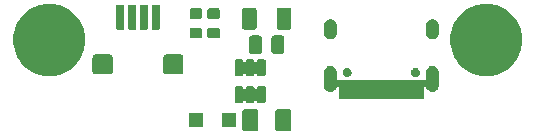
<source format=gbr>
G04 #@! TF.GenerationSoftware,KiCad,Pcbnew,(5.1.4)-1*
G04 #@! TF.CreationDate,2022-02-08T04:13:44-08:00*
G04 #@! TF.ProjectId,bushwacker2,62757368-7761-4636-9b65-72322e6b6963,rev?*
G04 #@! TF.SameCoordinates,Original*
G04 #@! TF.FileFunction,Soldermask,Top*
G04 #@! TF.FilePolarity,Negative*
%FSLAX46Y46*%
G04 Gerber Fmt 4.6, Leading zero omitted, Abs format (unit mm)*
G04 Created by KiCad (PCBNEW (5.1.4)-1) date 2022-02-08 04:13:44*
%MOMM*%
%LPD*%
G04 APERTURE LIST*
%ADD10C,0.100000*%
G04 APERTURE END LIST*
D10*
G36*
X92218604Y-109378347D02*
G01*
X92255144Y-109389432D01*
X92288821Y-109407433D01*
X92318341Y-109431659D01*
X92342567Y-109461179D01*
X92360568Y-109494856D01*
X92371653Y-109531396D01*
X92376000Y-109575538D01*
X92376000Y-111024462D01*
X92371653Y-111068604D01*
X92360568Y-111105144D01*
X92342567Y-111138821D01*
X92318341Y-111168341D01*
X92288821Y-111192567D01*
X92255144Y-111210568D01*
X92218604Y-111221653D01*
X92174462Y-111226000D01*
X91225538Y-111226000D01*
X91181396Y-111221653D01*
X91144856Y-111210568D01*
X91111179Y-111192567D01*
X91081659Y-111168341D01*
X91057433Y-111138821D01*
X91039432Y-111105144D01*
X91028347Y-111068604D01*
X91024000Y-111024462D01*
X91024000Y-109575538D01*
X91028347Y-109531396D01*
X91039432Y-109494856D01*
X91057433Y-109461179D01*
X91081659Y-109431659D01*
X91111179Y-109407433D01*
X91144856Y-109389432D01*
X91181396Y-109378347D01*
X91225538Y-109374000D01*
X92174462Y-109374000D01*
X92218604Y-109378347D01*
X92218604Y-109378347D01*
G37*
G36*
X89418604Y-109378347D02*
G01*
X89455144Y-109389432D01*
X89488821Y-109407433D01*
X89518341Y-109431659D01*
X89542567Y-109461179D01*
X89560568Y-109494856D01*
X89571653Y-109531396D01*
X89576000Y-109575538D01*
X89576000Y-111024462D01*
X89571653Y-111068604D01*
X89560568Y-111105144D01*
X89542567Y-111138821D01*
X89518341Y-111168341D01*
X89488821Y-111192567D01*
X89455144Y-111210568D01*
X89418604Y-111221653D01*
X89374462Y-111226000D01*
X88425538Y-111226000D01*
X88381396Y-111221653D01*
X88344856Y-111210568D01*
X88311179Y-111192567D01*
X88281659Y-111168341D01*
X88257433Y-111138821D01*
X88239432Y-111105144D01*
X88228347Y-111068604D01*
X88224000Y-111024462D01*
X88224000Y-109575538D01*
X88228347Y-109531396D01*
X88239432Y-109494856D01*
X88257433Y-109461179D01*
X88281659Y-109431659D01*
X88311179Y-109407433D01*
X88344856Y-109389432D01*
X88381396Y-109378347D01*
X88425538Y-109374000D01*
X89374462Y-109374000D01*
X89418604Y-109378347D01*
X89418604Y-109378347D01*
G37*
G36*
X87701000Y-110901000D02*
G01*
X86499000Y-110901000D01*
X86499000Y-109699000D01*
X87701000Y-109699000D01*
X87701000Y-110901000D01*
X87701000Y-110901000D01*
G37*
G36*
X84901000Y-110901000D02*
G01*
X83699000Y-110901000D01*
X83699000Y-109699000D01*
X84901000Y-109699000D01*
X84901000Y-110901000D01*
X84901000Y-110901000D01*
G37*
G36*
X88209928Y-107426764D02*
G01*
X88231009Y-107433160D01*
X88250445Y-107443548D01*
X88267476Y-107457524D01*
X88281452Y-107474555D01*
X88291840Y-107493991D01*
X88298236Y-107515072D01*
X88300603Y-107539109D01*
X88305383Y-107563142D01*
X88314761Y-107585781D01*
X88328374Y-107606155D01*
X88345701Y-107623482D01*
X88366076Y-107637096D01*
X88388715Y-107646474D01*
X88412748Y-107651254D01*
X88437252Y-107651254D01*
X88461285Y-107646474D01*
X88483924Y-107637096D01*
X88504298Y-107623483D01*
X88521625Y-107606156D01*
X88535239Y-107585781D01*
X88544617Y-107563142D01*
X88549397Y-107539109D01*
X88551764Y-107515072D01*
X88558160Y-107493991D01*
X88568548Y-107474555D01*
X88582524Y-107457524D01*
X88599555Y-107443548D01*
X88618991Y-107433160D01*
X88640072Y-107426764D01*
X88668140Y-107424000D01*
X89131860Y-107424000D01*
X89159928Y-107426764D01*
X89181009Y-107433160D01*
X89200445Y-107443548D01*
X89217476Y-107457524D01*
X89231452Y-107474555D01*
X89241840Y-107493991D01*
X89248236Y-107515072D01*
X89250603Y-107539109D01*
X89255383Y-107563142D01*
X89264761Y-107585781D01*
X89278374Y-107606155D01*
X89295701Y-107623482D01*
X89316076Y-107637096D01*
X89338715Y-107646474D01*
X89362748Y-107651254D01*
X89387252Y-107651254D01*
X89411285Y-107646474D01*
X89433924Y-107637096D01*
X89454298Y-107623483D01*
X89471625Y-107606156D01*
X89485239Y-107585781D01*
X89494617Y-107563142D01*
X89499397Y-107539109D01*
X89501764Y-107515072D01*
X89508160Y-107493991D01*
X89518548Y-107474555D01*
X89532524Y-107457524D01*
X89549555Y-107443548D01*
X89568991Y-107433160D01*
X89590072Y-107426764D01*
X89618140Y-107424000D01*
X90081860Y-107424000D01*
X90109928Y-107426764D01*
X90131009Y-107433160D01*
X90150445Y-107443548D01*
X90167476Y-107457524D01*
X90181452Y-107474555D01*
X90191840Y-107493991D01*
X90198236Y-107515072D01*
X90201000Y-107543140D01*
X90201000Y-108731860D01*
X90198236Y-108759928D01*
X90191840Y-108781009D01*
X90181452Y-108800445D01*
X90167476Y-108817476D01*
X90150445Y-108831452D01*
X90131009Y-108841840D01*
X90109928Y-108848236D01*
X90081860Y-108851000D01*
X89618140Y-108851000D01*
X89590072Y-108848236D01*
X89568991Y-108841840D01*
X89549555Y-108831452D01*
X89532524Y-108817476D01*
X89518548Y-108800445D01*
X89508160Y-108781009D01*
X89501764Y-108759928D01*
X89499397Y-108735891D01*
X89494617Y-108711858D01*
X89485239Y-108689219D01*
X89471626Y-108668845D01*
X89454299Y-108651518D01*
X89433924Y-108637904D01*
X89411285Y-108628526D01*
X89387252Y-108623746D01*
X89362748Y-108623746D01*
X89338715Y-108628526D01*
X89316076Y-108637904D01*
X89295702Y-108651517D01*
X89278375Y-108668844D01*
X89264761Y-108689219D01*
X89255383Y-108711858D01*
X89250603Y-108735891D01*
X89248236Y-108759928D01*
X89241840Y-108781009D01*
X89231452Y-108800445D01*
X89217476Y-108817476D01*
X89200445Y-108831452D01*
X89181009Y-108841840D01*
X89159928Y-108848236D01*
X89131860Y-108851000D01*
X88668140Y-108851000D01*
X88640072Y-108848236D01*
X88618991Y-108841840D01*
X88599555Y-108831452D01*
X88582524Y-108817476D01*
X88568548Y-108800445D01*
X88558160Y-108781009D01*
X88551764Y-108759928D01*
X88549397Y-108735891D01*
X88544617Y-108711858D01*
X88535239Y-108689219D01*
X88521626Y-108668845D01*
X88504299Y-108651518D01*
X88483924Y-108637904D01*
X88461285Y-108628526D01*
X88437252Y-108623746D01*
X88412748Y-108623746D01*
X88388715Y-108628526D01*
X88366076Y-108637904D01*
X88345702Y-108651517D01*
X88328375Y-108668844D01*
X88314761Y-108689219D01*
X88305383Y-108711858D01*
X88300603Y-108735891D01*
X88298236Y-108759928D01*
X88291840Y-108781009D01*
X88281452Y-108800445D01*
X88267476Y-108817476D01*
X88250445Y-108831452D01*
X88231009Y-108841840D01*
X88209928Y-108848236D01*
X88181860Y-108851000D01*
X87718140Y-108851000D01*
X87690072Y-108848236D01*
X87668991Y-108841840D01*
X87649555Y-108831452D01*
X87632524Y-108817476D01*
X87618548Y-108800445D01*
X87608160Y-108781009D01*
X87601764Y-108759928D01*
X87599000Y-108731860D01*
X87599000Y-107543140D01*
X87601764Y-107515072D01*
X87608160Y-107493991D01*
X87618548Y-107474555D01*
X87632524Y-107457524D01*
X87649555Y-107443548D01*
X87668991Y-107433160D01*
X87690072Y-107426764D01*
X87718140Y-107424000D01*
X88181860Y-107424000D01*
X88209928Y-107426764D01*
X88209928Y-107426764D01*
G37*
G36*
X104428015Y-105686973D02*
G01*
X104531879Y-105718479D01*
X104559055Y-105733005D01*
X104627600Y-105769643D01*
X104711501Y-105838499D01*
X104780357Y-105922400D01*
X104799354Y-105957942D01*
X104831521Y-106018121D01*
X104863027Y-106121985D01*
X104871000Y-106202933D01*
X104871000Y-107357067D01*
X104863027Y-107438015D01*
X104831521Y-107541879D01*
X104808054Y-107585781D01*
X104780357Y-107637599D01*
X104780354Y-107637603D01*
X104711501Y-107721501D01*
X104642645Y-107778009D01*
X104627599Y-107790357D01*
X104575907Y-107817987D01*
X104531878Y-107841521D01*
X104428014Y-107873027D01*
X104320000Y-107883666D01*
X104211985Y-107873027D01*
X104108121Y-107841521D01*
X104064093Y-107817987D01*
X104012401Y-107790357D01*
X103999643Y-107779887D01*
X103928499Y-107721501D01*
X103859644Y-107637600D01*
X103811230Y-107547024D01*
X103797625Y-107526664D01*
X103780298Y-107509337D01*
X103759924Y-107495723D01*
X103737285Y-107486346D01*
X103713252Y-107481565D01*
X103688748Y-107481565D01*
X103664714Y-107486345D01*
X103642075Y-107495722D01*
X103621701Y-107509336D01*
X103604374Y-107526663D01*
X103590760Y-107547037D01*
X103581383Y-107569676D01*
X103576602Y-107593709D01*
X103576000Y-107605962D01*
X103576000Y-108471000D01*
X96424000Y-108471000D01*
X96424000Y-107605962D01*
X96421598Y-107581577D01*
X96414485Y-107558128D01*
X96402934Y-107536517D01*
X96387389Y-107517575D01*
X96368447Y-107502030D01*
X96346836Y-107490479D01*
X96323387Y-107483366D01*
X96299001Y-107480964D01*
X96274615Y-107483366D01*
X96251166Y-107490479D01*
X96229555Y-107502030D01*
X96210613Y-107517575D01*
X96195068Y-107536517D01*
X96188778Y-107547010D01*
X96140356Y-107637600D01*
X96140354Y-107637603D01*
X96129151Y-107651254D01*
X96071501Y-107721501D01*
X96002645Y-107778009D01*
X95987599Y-107790357D01*
X95935907Y-107817987D01*
X95891878Y-107841521D01*
X95788014Y-107873027D01*
X95680000Y-107883666D01*
X95571985Y-107873027D01*
X95468121Y-107841521D01*
X95424093Y-107817987D01*
X95372401Y-107790357D01*
X95359643Y-107779887D01*
X95288499Y-107721501D01*
X95219646Y-107637603D01*
X95219643Y-107637599D01*
X95189699Y-107581577D01*
X95168479Y-107541878D01*
X95136973Y-107438014D01*
X95129000Y-107357066D01*
X95129001Y-106202933D01*
X95136974Y-106121985D01*
X95168480Y-106018121D01*
X95200647Y-105957942D01*
X95219644Y-105922400D01*
X95288500Y-105838499D01*
X95372401Y-105769643D01*
X95440946Y-105733005D01*
X95468122Y-105718479D01*
X95571986Y-105686973D01*
X95680000Y-105676334D01*
X95788015Y-105686973D01*
X95891879Y-105718479D01*
X95919055Y-105733005D01*
X95987600Y-105769643D01*
X96071501Y-105838499D01*
X96140357Y-105922400D01*
X96159354Y-105957942D01*
X96191521Y-106018121D01*
X96223027Y-106121985D01*
X96231000Y-106202933D01*
X96231000Y-106794001D01*
X96233402Y-106818387D01*
X96240515Y-106841836D01*
X96252066Y-106863447D01*
X96267611Y-106882389D01*
X96286553Y-106897934D01*
X96308164Y-106909485D01*
X96331613Y-106916598D01*
X96355999Y-106919000D01*
X103644001Y-106919000D01*
X103668387Y-106916598D01*
X103691836Y-106909485D01*
X103713447Y-106897934D01*
X103732389Y-106882389D01*
X103747934Y-106863447D01*
X103759485Y-106841836D01*
X103766598Y-106818387D01*
X103769000Y-106794001D01*
X103769001Y-106202939D01*
X103769001Y-106202933D01*
X103776974Y-106121985D01*
X103808480Y-106018121D01*
X103840647Y-105957942D01*
X103859644Y-105922400D01*
X103928500Y-105838499D01*
X104012401Y-105769643D01*
X104080946Y-105733005D01*
X104108122Y-105718479D01*
X104211986Y-105686973D01*
X104320000Y-105676334D01*
X104428015Y-105686973D01*
X104428015Y-105686973D01*
G37*
G36*
X102999672Y-105888449D02*
G01*
X102999674Y-105888450D01*
X102999675Y-105888450D01*
X103068103Y-105916793D01*
X103129686Y-105957942D01*
X103182058Y-106010314D01*
X103223207Y-106071897D01*
X103243954Y-106121987D01*
X103251551Y-106140328D01*
X103266000Y-106212966D01*
X103266000Y-106287034D01*
X103252774Y-106353526D01*
X103251550Y-106359675D01*
X103223207Y-106428103D01*
X103182058Y-106489686D01*
X103129686Y-106542058D01*
X103068103Y-106583207D01*
X102999675Y-106611550D01*
X102999674Y-106611550D01*
X102999672Y-106611551D01*
X102927034Y-106626000D01*
X102852966Y-106626000D01*
X102780328Y-106611551D01*
X102780326Y-106611550D01*
X102780325Y-106611550D01*
X102711897Y-106583207D01*
X102650314Y-106542058D01*
X102597942Y-106489686D01*
X102556793Y-106428103D01*
X102528450Y-106359675D01*
X102527227Y-106353526D01*
X102514000Y-106287034D01*
X102514000Y-106212966D01*
X102528449Y-106140328D01*
X102536046Y-106121987D01*
X102556793Y-106071897D01*
X102597942Y-106010314D01*
X102650314Y-105957942D01*
X102711897Y-105916793D01*
X102780325Y-105888450D01*
X102780326Y-105888450D01*
X102780328Y-105888449D01*
X102852966Y-105874000D01*
X102927034Y-105874000D01*
X102999672Y-105888449D01*
X102999672Y-105888449D01*
G37*
G36*
X97219672Y-105888449D02*
G01*
X97219674Y-105888450D01*
X97219675Y-105888450D01*
X97288103Y-105916793D01*
X97349686Y-105957942D01*
X97402058Y-106010314D01*
X97443207Y-106071897D01*
X97463954Y-106121987D01*
X97471551Y-106140328D01*
X97486000Y-106212966D01*
X97486000Y-106287034D01*
X97472774Y-106353526D01*
X97471550Y-106359675D01*
X97443207Y-106428103D01*
X97402058Y-106489686D01*
X97349686Y-106542058D01*
X97288103Y-106583207D01*
X97219675Y-106611550D01*
X97219674Y-106611550D01*
X97219672Y-106611551D01*
X97147034Y-106626000D01*
X97072966Y-106626000D01*
X97000328Y-106611551D01*
X97000326Y-106611550D01*
X97000325Y-106611550D01*
X96931897Y-106583207D01*
X96870314Y-106542058D01*
X96817942Y-106489686D01*
X96776793Y-106428103D01*
X96748450Y-106359675D01*
X96747227Y-106353526D01*
X96734000Y-106287034D01*
X96734000Y-106212966D01*
X96748449Y-106140328D01*
X96756046Y-106121987D01*
X96776793Y-106071897D01*
X96817942Y-106010314D01*
X96870314Y-105957942D01*
X96931897Y-105916793D01*
X97000325Y-105888450D01*
X97000326Y-105888450D01*
X97000328Y-105888449D01*
X97072966Y-105874000D01*
X97147034Y-105874000D01*
X97219672Y-105888449D01*
X97219672Y-105888449D01*
G37*
G36*
X88209928Y-105151764D02*
G01*
X88231009Y-105158160D01*
X88250445Y-105168548D01*
X88267476Y-105182524D01*
X88281452Y-105199555D01*
X88291840Y-105218991D01*
X88298236Y-105240072D01*
X88300603Y-105264109D01*
X88305383Y-105288142D01*
X88314761Y-105310781D01*
X88328374Y-105331155D01*
X88345701Y-105348482D01*
X88366076Y-105362096D01*
X88388715Y-105371474D01*
X88412748Y-105376254D01*
X88437252Y-105376254D01*
X88461285Y-105371474D01*
X88483924Y-105362096D01*
X88504298Y-105348483D01*
X88521625Y-105331156D01*
X88535239Y-105310781D01*
X88544617Y-105288142D01*
X88549397Y-105264109D01*
X88551764Y-105240072D01*
X88558160Y-105218991D01*
X88568548Y-105199555D01*
X88582524Y-105182524D01*
X88599555Y-105168548D01*
X88618991Y-105158160D01*
X88640072Y-105151764D01*
X88668140Y-105149000D01*
X89131860Y-105149000D01*
X89159928Y-105151764D01*
X89181009Y-105158160D01*
X89200445Y-105168548D01*
X89217476Y-105182524D01*
X89231452Y-105199555D01*
X89241840Y-105218991D01*
X89248236Y-105240072D01*
X89250603Y-105264109D01*
X89255383Y-105288142D01*
X89264761Y-105310781D01*
X89278374Y-105331155D01*
X89295701Y-105348482D01*
X89316076Y-105362096D01*
X89338715Y-105371474D01*
X89362748Y-105376254D01*
X89387252Y-105376254D01*
X89411285Y-105371474D01*
X89433924Y-105362096D01*
X89454298Y-105348483D01*
X89471625Y-105331156D01*
X89485239Y-105310781D01*
X89494617Y-105288142D01*
X89499397Y-105264109D01*
X89501764Y-105240072D01*
X89508160Y-105218991D01*
X89518548Y-105199555D01*
X89532524Y-105182524D01*
X89549555Y-105168548D01*
X89568991Y-105158160D01*
X89590072Y-105151764D01*
X89618140Y-105149000D01*
X90081860Y-105149000D01*
X90109928Y-105151764D01*
X90131009Y-105158160D01*
X90150445Y-105168548D01*
X90167476Y-105182524D01*
X90181452Y-105199555D01*
X90191840Y-105218991D01*
X90198236Y-105240072D01*
X90201000Y-105268140D01*
X90201000Y-106456860D01*
X90198236Y-106484928D01*
X90191840Y-106506009D01*
X90181452Y-106525445D01*
X90167476Y-106542476D01*
X90150445Y-106556452D01*
X90131009Y-106566840D01*
X90109928Y-106573236D01*
X90081860Y-106576000D01*
X89618140Y-106576000D01*
X89590072Y-106573236D01*
X89568991Y-106566840D01*
X89549555Y-106556452D01*
X89532524Y-106542476D01*
X89518548Y-106525445D01*
X89508160Y-106506009D01*
X89501764Y-106484928D01*
X89499397Y-106460891D01*
X89494617Y-106436858D01*
X89485239Y-106414219D01*
X89471626Y-106393845D01*
X89454299Y-106376518D01*
X89433924Y-106362904D01*
X89411285Y-106353526D01*
X89387252Y-106348746D01*
X89362748Y-106348746D01*
X89338715Y-106353526D01*
X89316076Y-106362904D01*
X89295702Y-106376517D01*
X89278375Y-106393844D01*
X89264761Y-106414219D01*
X89255383Y-106436858D01*
X89250603Y-106460891D01*
X89248236Y-106484928D01*
X89241840Y-106506009D01*
X89231452Y-106525445D01*
X89217476Y-106542476D01*
X89200445Y-106556452D01*
X89181009Y-106566840D01*
X89159928Y-106573236D01*
X89131860Y-106576000D01*
X88668140Y-106576000D01*
X88640072Y-106573236D01*
X88618991Y-106566840D01*
X88599555Y-106556452D01*
X88582524Y-106542476D01*
X88568548Y-106525445D01*
X88558160Y-106506009D01*
X88551764Y-106484928D01*
X88549397Y-106460891D01*
X88544617Y-106436858D01*
X88535239Y-106414219D01*
X88521626Y-106393845D01*
X88504299Y-106376518D01*
X88483924Y-106362904D01*
X88461285Y-106353526D01*
X88437252Y-106348746D01*
X88412748Y-106348746D01*
X88388715Y-106353526D01*
X88366076Y-106362904D01*
X88345702Y-106376517D01*
X88328375Y-106393844D01*
X88314761Y-106414219D01*
X88305383Y-106436858D01*
X88300603Y-106460891D01*
X88298236Y-106484928D01*
X88291840Y-106506009D01*
X88281452Y-106525445D01*
X88267476Y-106542476D01*
X88250445Y-106556452D01*
X88231009Y-106566840D01*
X88209928Y-106573236D01*
X88181860Y-106576000D01*
X87718140Y-106576000D01*
X87690072Y-106573236D01*
X87668991Y-106566840D01*
X87649555Y-106556452D01*
X87632524Y-106542476D01*
X87618548Y-106525445D01*
X87608160Y-106506009D01*
X87601764Y-106484928D01*
X87599000Y-106456860D01*
X87599000Y-105268140D01*
X87601764Y-105240072D01*
X87608160Y-105218991D01*
X87618548Y-105199555D01*
X87632524Y-105182524D01*
X87649555Y-105168548D01*
X87668991Y-105158160D01*
X87690072Y-105151764D01*
X87718140Y-105149000D01*
X88181860Y-105149000D01*
X88209928Y-105151764D01*
X88209928Y-105151764D01*
G37*
G36*
X109789943Y-100566248D02*
G01*
X110345189Y-100796238D01*
X110519193Y-100912504D01*
X110844899Y-101130134D01*
X111269866Y-101555101D01*
X111404753Y-101756973D01*
X111603762Y-102054811D01*
X111833752Y-102610057D01*
X111951000Y-103199501D01*
X111951000Y-103800499D01*
X111833752Y-104389943D01*
X111603762Y-104945189D01*
X111465733Y-105151764D01*
X111269866Y-105444899D01*
X110844899Y-105869866D01*
X110623024Y-106018118D01*
X110345189Y-106203762D01*
X109789943Y-106433752D01*
X109200499Y-106551000D01*
X108599501Y-106551000D01*
X108010057Y-106433752D01*
X107454811Y-106203762D01*
X107176976Y-106018118D01*
X106955101Y-105869866D01*
X106530134Y-105444899D01*
X106334267Y-105151764D01*
X106196238Y-104945189D01*
X105966248Y-104389943D01*
X105849000Y-103800499D01*
X105849000Y-103199501D01*
X105966248Y-102610057D01*
X106196238Y-102054811D01*
X106395247Y-101756973D01*
X106530134Y-101555101D01*
X106955101Y-101130134D01*
X107280807Y-100912504D01*
X107454811Y-100796238D01*
X108010057Y-100566248D01*
X108599501Y-100449000D01*
X109200499Y-100449000D01*
X109789943Y-100566248D01*
X109789943Y-100566248D01*
G37*
G36*
X72789943Y-100566248D02*
G01*
X73345189Y-100796238D01*
X73519193Y-100912504D01*
X73844899Y-101130134D01*
X74269866Y-101555101D01*
X74404753Y-101756973D01*
X74603762Y-102054811D01*
X74833752Y-102610057D01*
X74951000Y-103199501D01*
X74951000Y-103800499D01*
X74833752Y-104389943D01*
X74603762Y-104945189D01*
X74465733Y-105151764D01*
X74269866Y-105444899D01*
X73844899Y-105869866D01*
X73623024Y-106018118D01*
X73345189Y-106203762D01*
X72789943Y-106433752D01*
X72200499Y-106551000D01*
X71599501Y-106551000D01*
X71010057Y-106433752D01*
X70454811Y-106203762D01*
X70176976Y-106018118D01*
X69955101Y-105869866D01*
X69530134Y-105444899D01*
X69334267Y-105151764D01*
X69196238Y-104945189D01*
X68966248Y-104389943D01*
X68849000Y-103800499D01*
X68849000Y-103199501D01*
X68966248Y-102610057D01*
X69196238Y-102054811D01*
X69395247Y-101756973D01*
X69530134Y-101555101D01*
X69955101Y-101130134D01*
X70280807Y-100912504D01*
X70454811Y-100796238D01*
X71010057Y-100566248D01*
X71599501Y-100449000D01*
X72200499Y-100449000D01*
X72789943Y-100566248D01*
X72789943Y-100566248D01*
G37*
G36*
X77037257Y-104729692D02*
G01*
X77086935Y-104744762D01*
X77132711Y-104769230D01*
X77172839Y-104802161D01*
X77205770Y-104842289D01*
X77230238Y-104888065D01*
X77245308Y-104937743D01*
X77251000Y-104995538D01*
X77251000Y-106154462D01*
X77245308Y-106212257D01*
X77230238Y-106261935D01*
X77205770Y-106307711D01*
X77172839Y-106347839D01*
X77132711Y-106380770D01*
X77086935Y-106405238D01*
X77037257Y-106420308D01*
X76979462Y-106426000D01*
X75820538Y-106426000D01*
X75762743Y-106420308D01*
X75713065Y-106405238D01*
X75667289Y-106380770D01*
X75627161Y-106347839D01*
X75594230Y-106307711D01*
X75569762Y-106261935D01*
X75554692Y-106212257D01*
X75549000Y-106154462D01*
X75549000Y-104995538D01*
X75554692Y-104937743D01*
X75569762Y-104888065D01*
X75594230Y-104842289D01*
X75627161Y-104802161D01*
X75667289Y-104769230D01*
X75713065Y-104744762D01*
X75762743Y-104729692D01*
X75820538Y-104724000D01*
X76979462Y-104724000D01*
X77037257Y-104729692D01*
X77037257Y-104729692D01*
G37*
G36*
X83037257Y-104729692D02*
G01*
X83086935Y-104744762D01*
X83132711Y-104769230D01*
X83172839Y-104802161D01*
X83205770Y-104842289D01*
X83230238Y-104888065D01*
X83245308Y-104937743D01*
X83251000Y-104995538D01*
X83251000Y-106154462D01*
X83245308Y-106212257D01*
X83230238Y-106261935D01*
X83205770Y-106307711D01*
X83172839Y-106347839D01*
X83132711Y-106380770D01*
X83086935Y-106405238D01*
X83037257Y-106420308D01*
X82979462Y-106426000D01*
X81820538Y-106426000D01*
X81762743Y-106420308D01*
X81713065Y-106405238D01*
X81667289Y-106380770D01*
X81627161Y-106347839D01*
X81594230Y-106307711D01*
X81569762Y-106261935D01*
X81554692Y-106212257D01*
X81549000Y-106154462D01*
X81549000Y-104995538D01*
X81554692Y-104937743D01*
X81569762Y-104888065D01*
X81594230Y-104842289D01*
X81627161Y-104802161D01*
X81667289Y-104769230D01*
X81713065Y-104744762D01*
X81762743Y-104729692D01*
X81820538Y-104724000D01*
X82979462Y-104724000D01*
X83037257Y-104729692D01*
X83037257Y-104729692D01*
G37*
G36*
X89729434Y-103128686D02*
G01*
X89769284Y-103140774D01*
X89805999Y-103160399D01*
X89838186Y-103186814D01*
X89864601Y-103219001D01*
X89884226Y-103255716D01*
X89896314Y-103295566D01*
X89901000Y-103343141D01*
X89901000Y-104456859D01*
X89896314Y-104504434D01*
X89884226Y-104544284D01*
X89864601Y-104580999D01*
X89838186Y-104613186D01*
X89805999Y-104639601D01*
X89769284Y-104659226D01*
X89729434Y-104671314D01*
X89681859Y-104676000D01*
X89018141Y-104676000D01*
X88970566Y-104671314D01*
X88930716Y-104659226D01*
X88894001Y-104639601D01*
X88861814Y-104613186D01*
X88835399Y-104580999D01*
X88815774Y-104544284D01*
X88803686Y-104504434D01*
X88799000Y-104456859D01*
X88799000Y-103343141D01*
X88803686Y-103295566D01*
X88815774Y-103255716D01*
X88835399Y-103219001D01*
X88861814Y-103186814D01*
X88894001Y-103160399D01*
X88930716Y-103140774D01*
X88970566Y-103128686D01*
X89018141Y-103124000D01*
X89681859Y-103124000D01*
X89729434Y-103128686D01*
X89729434Y-103128686D01*
G37*
G36*
X91629434Y-103128686D02*
G01*
X91669284Y-103140774D01*
X91705999Y-103160399D01*
X91738186Y-103186814D01*
X91764601Y-103219001D01*
X91784226Y-103255716D01*
X91796314Y-103295566D01*
X91801000Y-103343141D01*
X91801000Y-104456859D01*
X91796314Y-104504434D01*
X91784226Y-104544284D01*
X91764601Y-104580999D01*
X91738186Y-104613186D01*
X91705999Y-104639601D01*
X91669284Y-104659226D01*
X91629434Y-104671314D01*
X91581859Y-104676000D01*
X90918141Y-104676000D01*
X90870566Y-104671314D01*
X90830716Y-104659226D01*
X90794001Y-104639601D01*
X90761814Y-104613186D01*
X90735399Y-104580999D01*
X90715774Y-104544284D01*
X90703686Y-104504434D01*
X90699000Y-104456859D01*
X90699000Y-103343141D01*
X90703686Y-103295566D01*
X90715774Y-103255716D01*
X90735399Y-103219001D01*
X90761814Y-103186814D01*
X90794001Y-103160399D01*
X90830716Y-103140774D01*
X90870566Y-103128686D01*
X90918141Y-103124000D01*
X91581859Y-103124000D01*
X91629434Y-103128686D01*
X91629434Y-103128686D01*
G37*
G36*
X104428015Y-101756973D02*
G01*
X104531879Y-101788479D01*
X104559055Y-101803005D01*
X104627600Y-101839643D01*
X104711501Y-101908499D01*
X104780357Y-101992400D01*
X104813716Y-102054810D01*
X104831521Y-102088121D01*
X104863027Y-102191985D01*
X104871000Y-102272933D01*
X104871000Y-102927067D01*
X104863027Y-103008015D01*
X104831521Y-103111879D01*
X104811312Y-103149686D01*
X104780357Y-103207599D01*
X104771000Y-103219001D01*
X104711501Y-103291501D01*
X104667232Y-103327831D01*
X104627599Y-103360357D01*
X104575907Y-103387987D01*
X104531878Y-103411521D01*
X104428014Y-103443027D01*
X104320000Y-103453666D01*
X104211985Y-103443027D01*
X104108121Y-103411521D01*
X104034698Y-103372275D01*
X104012401Y-103360357D01*
X103972768Y-103327831D01*
X103928499Y-103291501D01*
X103869000Y-103219001D01*
X103859643Y-103207599D01*
X103826168Y-103144971D01*
X103808479Y-103111878D01*
X103776973Y-103008014D01*
X103769000Y-102927066D01*
X103769000Y-102272933D01*
X103776973Y-102191985D01*
X103808480Y-102088121D01*
X103826285Y-102054810D01*
X103859645Y-101992399D01*
X103928500Y-101908499D01*
X104012401Y-101839643D01*
X104080946Y-101803005D01*
X104108122Y-101788479D01*
X104211986Y-101756973D01*
X104320000Y-101746334D01*
X104428015Y-101756973D01*
X104428015Y-101756973D01*
G37*
G36*
X95788015Y-101756973D02*
G01*
X95891879Y-101788479D01*
X95919055Y-101803005D01*
X95987600Y-101839643D01*
X96071501Y-101908499D01*
X96140357Y-101992400D01*
X96173716Y-102054810D01*
X96191521Y-102088121D01*
X96223027Y-102191985D01*
X96231000Y-102272933D01*
X96231000Y-102927067D01*
X96223027Y-103008015D01*
X96191521Y-103111879D01*
X96171312Y-103149686D01*
X96140357Y-103207599D01*
X96131000Y-103219001D01*
X96071501Y-103291501D01*
X96027232Y-103327831D01*
X95987599Y-103360357D01*
X95935907Y-103387987D01*
X95891878Y-103411521D01*
X95788014Y-103443027D01*
X95680000Y-103453666D01*
X95571985Y-103443027D01*
X95468121Y-103411521D01*
X95394698Y-103372275D01*
X95372401Y-103360357D01*
X95332768Y-103327831D01*
X95288499Y-103291501D01*
X95229000Y-103219001D01*
X95219643Y-103207599D01*
X95186168Y-103144971D01*
X95168479Y-103111878D01*
X95136973Y-103008014D01*
X95129000Y-102927066D01*
X95129000Y-102272933D01*
X95136973Y-102191985D01*
X95168480Y-102088121D01*
X95186285Y-102054810D01*
X95219645Y-101992399D01*
X95288500Y-101908499D01*
X95372401Y-101839643D01*
X95440946Y-101803005D01*
X95468122Y-101788479D01*
X95571986Y-101756973D01*
X95680000Y-101746334D01*
X95788015Y-101756973D01*
X95788015Y-101756973D01*
G37*
G36*
X86194683Y-102477725D02*
G01*
X86225143Y-102486966D01*
X86253223Y-102501974D01*
X86277831Y-102522169D01*
X86298026Y-102546777D01*
X86313034Y-102574857D01*
X86322275Y-102605317D01*
X86326000Y-102643140D01*
X86326000Y-103206860D01*
X86322275Y-103244683D01*
X86313034Y-103275143D01*
X86298026Y-103303223D01*
X86277831Y-103327831D01*
X86253223Y-103348026D01*
X86225143Y-103363034D01*
X86194683Y-103372275D01*
X86156860Y-103376000D01*
X85443140Y-103376000D01*
X85405317Y-103372275D01*
X85374857Y-103363034D01*
X85346777Y-103348026D01*
X85322169Y-103327831D01*
X85301974Y-103303223D01*
X85286966Y-103275143D01*
X85277725Y-103244683D01*
X85274000Y-103206860D01*
X85274000Y-102643140D01*
X85277725Y-102605317D01*
X85286966Y-102574857D01*
X85301974Y-102546777D01*
X85322169Y-102522169D01*
X85346777Y-102501974D01*
X85374857Y-102486966D01*
X85405317Y-102477725D01*
X85443140Y-102474000D01*
X86156860Y-102474000D01*
X86194683Y-102477725D01*
X86194683Y-102477725D01*
G37*
G36*
X84694683Y-102477725D02*
G01*
X84725143Y-102486966D01*
X84753223Y-102501974D01*
X84777831Y-102522169D01*
X84798026Y-102546777D01*
X84813034Y-102574857D01*
X84822275Y-102605317D01*
X84826000Y-102643140D01*
X84826000Y-103206860D01*
X84822275Y-103244683D01*
X84813034Y-103275143D01*
X84798026Y-103303223D01*
X84777831Y-103327831D01*
X84753223Y-103348026D01*
X84725143Y-103363034D01*
X84694683Y-103372275D01*
X84656860Y-103376000D01*
X83943140Y-103376000D01*
X83905317Y-103372275D01*
X83874857Y-103363034D01*
X83846777Y-103348026D01*
X83822169Y-103327831D01*
X83801974Y-103303223D01*
X83786966Y-103275143D01*
X83777725Y-103244683D01*
X83774000Y-103206860D01*
X83774000Y-102643140D01*
X83777725Y-102605317D01*
X83786966Y-102574857D01*
X83801974Y-102546777D01*
X83822169Y-102522169D01*
X83846777Y-102501974D01*
X83874857Y-102486966D01*
X83905317Y-102477725D01*
X83943140Y-102474000D01*
X84656860Y-102474000D01*
X84694683Y-102477725D01*
X84694683Y-102477725D01*
G37*
G36*
X80159928Y-100526764D02*
G01*
X80181009Y-100533160D01*
X80200445Y-100543548D01*
X80217476Y-100557524D01*
X80231452Y-100574555D01*
X80241840Y-100593991D01*
X80248236Y-100615072D01*
X80251000Y-100643140D01*
X80251000Y-102506860D01*
X80248236Y-102534928D01*
X80241840Y-102556009D01*
X80231452Y-102575445D01*
X80217476Y-102592476D01*
X80200445Y-102606452D01*
X80181009Y-102616840D01*
X80159928Y-102623236D01*
X80131860Y-102626000D01*
X79668140Y-102626000D01*
X79640072Y-102623236D01*
X79618991Y-102616840D01*
X79599555Y-102606452D01*
X79582524Y-102592476D01*
X79568548Y-102575445D01*
X79558160Y-102556009D01*
X79551764Y-102534928D01*
X79549000Y-102506860D01*
X79549000Y-100643140D01*
X79551764Y-100615072D01*
X79558160Y-100593991D01*
X79568548Y-100574555D01*
X79582524Y-100557524D01*
X79599555Y-100543548D01*
X79618991Y-100533160D01*
X79640072Y-100526764D01*
X79668140Y-100524000D01*
X80131860Y-100524000D01*
X80159928Y-100526764D01*
X80159928Y-100526764D01*
G37*
G36*
X92212307Y-100778498D02*
G01*
X92250318Y-100790029D01*
X92285342Y-100808749D01*
X92316049Y-100833951D01*
X92341251Y-100864658D01*
X92359971Y-100899682D01*
X92371502Y-100937693D01*
X92376000Y-100983363D01*
X92376000Y-102416637D01*
X92371502Y-102462307D01*
X92359971Y-102500318D01*
X92341251Y-102535342D01*
X92316049Y-102566049D01*
X92285342Y-102591251D01*
X92250318Y-102609971D01*
X92212307Y-102621502D01*
X92166637Y-102626000D01*
X91358363Y-102626000D01*
X91312693Y-102621502D01*
X91274682Y-102609971D01*
X91239658Y-102591251D01*
X91208951Y-102566049D01*
X91183749Y-102535342D01*
X91165029Y-102500318D01*
X91153498Y-102462307D01*
X91149000Y-102416637D01*
X91149000Y-100983363D01*
X91153498Y-100937693D01*
X91165029Y-100899682D01*
X91183749Y-100864658D01*
X91208951Y-100833951D01*
X91239658Y-100808749D01*
X91274682Y-100790029D01*
X91312693Y-100778498D01*
X91358363Y-100774000D01*
X92166637Y-100774000D01*
X92212307Y-100778498D01*
X92212307Y-100778498D01*
G37*
G36*
X89287307Y-100778498D02*
G01*
X89325318Y-100790029D01*
X89360342Y-100808749D01*
X89391049Y-100833951D01*
X89416251Y-100864658D01*
X89434971Y-100899682D01*
X89446502Y-100937693D01*
X89451000Y-100983363D01*
X89451000Y-102416637D01*
X89446502Y-102462307D01*
X89434971Y-102500318D01*
X89416251Y-102535342D01*
X89391049Y-102566049D01*
X89360342Y-102591251D01*
X89325318Y-102609971D01*
X89287307Y-102621502D01*
X89241637Y-102626000D01*
X88433363Y-102626000D01*
X88387693Y-102621502D01*
X88349682Y-102609971D01*
X88314658Y-102591251D01*
X88283951Y-102566049D01*
X88258749Y-102535342D01*
X88240029Y-102500318D01*
X88228498Y-102462307D01*
X88224000Y-102416637D01*
X88224000Y-100983363D01*
X88228498Y-100937693D01*
X88240029Y-100899682D01*
X88258749Y-100864658D01*
X88283951Y-100833951D01*
X88314658Y-100808749D01*
X88349682Y-100790029D01*
X88387693Y-100778498D01*
X88433363Y-100774000D01*
X89241637Y-100774000D01*
X89287307Y-100778498D01*
X89287307Y-100778498D01*
G37*
G36*
X81159928Y-100526764D02*
G01*
X81181009Y-100533160D01*
X81200445Y-100543548D01*
X81217476Y-100557524D01*
X81231452Y-100574555D01*
X81241840Y-100593991D01*
X81248236Y-100615072D01*
X81251000Y-100643140D01*
X81251000Y-102506860D01*
X81248236Y-102534928D01*
X81241840Y-102556009D01*
X81231452Y-102575445D01*
X81217476Y-102592476D01*
X81200445Y-102606452D01*
X81181009Y-102616840D01*
X81159928Y-102623236D01*
X81131860Y-102626000D01*
X80668140Y-102626000D01*
X80640072Y-102623236D01*
X80618991Y-102616840D01*
X80599555Y-102606452D01*
X80582524Y-102592476D01*
X80568548Y-102575445D01*
X80558160Y-102556009D01*
X80551764Y-102534928D01*
X80549000Y-102506860D01*
X80549000Y-100643140D01*
X80551764Y-100615072D01*
X80558160Y-100593991D01*
X80568548Y-100574555D01*
X80582524Y-100557524D01*
X80599555Y-100543548D01*
X80618991Y-100533160D01*
X80640072Y-100526764D01*
X80668140Y-100524000D01*
X81131860Y-100524000D01*
X81159928Y-100526764D01*
X81159928Y-100526764D01*
G37*
G36*
X79159928Y-100526764D02*
G01*
X79181009Y-100533160D01*
X79200445Y-100543548D01*
X79217476Y-100557524D01*
X79231452Y-100574555D01*
X79241840Y-100593991D01*
X79248236Y-100615072D01*
X79251000Y-100643140D01*
X79251000Y-102506860D01*
X79248236Y-102534928D01*
X79241840Y-102556009D01*
X79231452Y-102575445D01*
X79217476Y-102592476D01*
X79200445Y-102606452D01*
X79181009Y-102616840D01*
X79159928Y-102623236D01*
X79131860Y-102626000D01*
X78668140Y-102626000D01*
X78640072Y-102623236D01*
X78618991Y-102616840D01*
X78599555Y-102606452D01*
X78582524Y-102592476D01*
X78568548Y-102575445D01*
X78558160Y-102556009D01*
X78551764Y-102534928D01*
X78549000Y-102506860D01*
X78549000Y-100643140D01*
X78551764Y-100615072D01*
X78558160Y-100593991D01*
X78568548Y-100574555D01*
X78582524Y-100557524D01*
X78599555Y-100543548D01*
X78618991Y-100533160D01*
X78640072Y-100526764D01*
X78668140Y-100524000D01*
X79131860Y-100524000D01*
X79159928Y-100526764D01*
X79159928Y-100526764D01*
G37*
G36*
X78159928Y-100526764D02*
G01*
X78181009Y-100533160D01*
X78200445Y-100543548D01*
X78217476Y-100557524D01*
X78231452Y-100574555D01*
X78241840Y-100593991D01*
X78248236Y-100615072D01*
X78251000Y-100643140D01*
X78251000Y-102506860D01*
X78248236Y-102534928D01*
X78241840Y-102556009D01*
X78231452Y-102575445D01*
X78217476Y-102592476D01*
X78200445Y-102606452D01*
X78181009Y-102616840D01*
X78159928Y-102623236D01*
X78131860Y-102626000D01*
X77668140Y-102626000D01*
X77640072Y-102623236D01*
X77618991Y-102616840D01*
X77599555Y-102606452D01*
X77582524Y-102592476D01*
X77568548Y-102575445D01*
X77558160Y-102556009D01*
X77551764Y-102534928D01*
X77549000Y-102506860D01*
X77549000Y-100643140D01*
X77551764Y-100615072D01*
X77558160Y-100593991D01*
X77568548Y-100574555D01*
X77582524Y-100557524D01*
X77599555Y-100543548D01*
X77618991Y-100533160D01*
X77640072Y-100526764D01*
X77668140Y-100524000D01*
X78131860Y-100524000D01*
X78159928Y-100526764D01*
X78159928Y-100526764D01*
G37*
G36*
X84694683Y-100827725D02*
G01*
X84725143Y-100836966D01*
X84753223Y-100851974D01*
X84777831Y-100872169D01*
X84798026Y-100896777D01*
X84813034Y-100924857D01*
X84822275Y-100955317D01*
X84826000Y-100993140D01*
X84826000Y-101556860D01*
X84822275Y-101594683D01*
X84813034Y-101625143D01*
X84798026Y-101653223D01*
X84777831Y-101677831D01*
X84753223Y-101698026D01*
X84725143Y-101713034D01*
X84694683Y-101722275D01*
X84656860Y-101726000D01*
X83943140Y-101726000D01*
X83905317Y-101722275D01*
X83874857Y-101713034D01*
X83846777Y-101698026D01*
X83822169Y-101677831D01*
X83801974Y-101653223D01*
X83786966Y-101625143D01*
X83777725Y-101594683D01*
X83774000Y-101556860D01*
X83774000Y-100993140D01*
X83777725Y-100955317D01*
X83786966Y-100924857D01*
X83801974Y-100896777D01*
X83822169Y-100872169D01*
X83846777Y-100851974D01*
X83874857Y-100836966D01*
X83905317Y-100827725D01*
X83943140Y-100824000D01*
X84656860Y-100824000D01*
X84694683Y-100827725D01*
X84694683Y-100827725D01*
G37*
G36*
X86194683Y-100827725D02*
G01*
X86225143Y-100836966D01*
X86253223Y-100851974D01*
X86277831Y-100872169D01*
X86298026Y-100896777D01*
X86313034Y-100924857D01*
X86322275Y-100955317D01*
X86326000Y-100993140D01*
X86326000Y-101556860D01*
X86322275Y-101594683D01*
X86313034Y-101625143D01*
X86298026Y-101653223D01*
X86277831Y-101677831D01*
X86253223Y-101698026D01*
X86225143Y-101713034D01*
X86194683Y-101722275D01*
X86156860Y-101726000D01*
X85443140Y-101726000D01*
X85405317Y-101722275D01*
X85374857Y-101713034D01*
X85346777Y-101698026D01*
X85322169Y-101677831D01*
X85301974Y-101653223D01*
X85286966Y-101625143D01*
X85277725Y-101594683D01*
X85274000Y-101556860D01*
X85274000Y-100993140D01*
X85277725Y-100955317D01*
X85286966Y-100924857D01*
X85301974Y-100896777D01*
X85322169Y-100872169D01*
X85346777Y-100851974D01*
X85374857Y-100836966D01*
X85405317Y-100827725D01*
X85443140Y-100824000D01*
X86156860Y-100824000D01*
X86194683Y-100827725D01*
X86194683Y-100827725D01*
G37*
M02*

</source>
